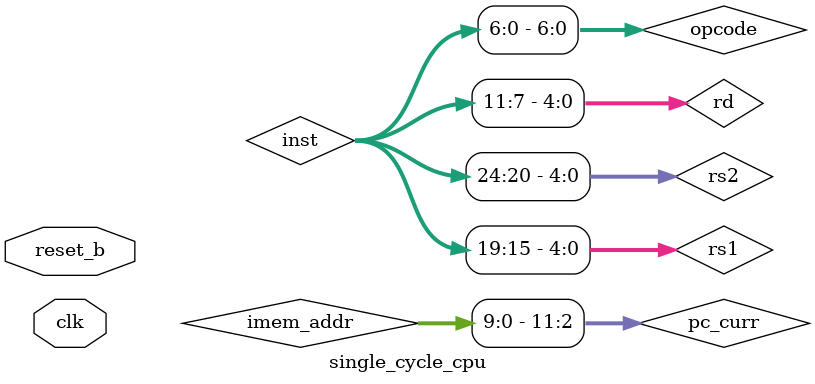
<source format=sv>
/* ********************************************
 *	Extended Version of COSE222 Lab #3
 *
 *	Module: top design of the single-cycle CPU (single_cycle_cpu.sv)
 *  - Top design of the single-cycle CPU
 *
 *  Author: DongKyun Lim (sts08015@korea.ac.kr)
 *
 * ********************************************
 */

`timescale 1ns/1ps

module single_cycle_cpu
#(  parameter IMEM_DEPTH = 1024,    // imem depth (default: 1024 entries = 4 KB)
              IMEM_ADDR_WIDTH = 10,
              REG_WIDTH = 32,
              DMEM_DEPTH = 1024,    // dmem depth (default: 1024 entries = 8 KB)
              DMEM_ADDR_WIDTH = 10 )
(
    input           clk,            // System clock
    input           reset_b         // Asychronous negative reset
);

    // Wires for datapath elements
    logic   [IMEM_ADDR_WIDTH-1:0]   imem_addr;
    logic   [31:0]  inst;   // instructions = an output of ????

    logic   [4:0]   rs1, rs2, rd;    // register numbers
    logic   [REG_WIDTH-1:0] rd_din;
    logic           reg_write;
    logic   [REG_WIDTH-1:0] rs1_dout, rs2_dout;

    logic   [REG_WIDTH-1:0] alu_in1, alu_in2;
    logic   [3:0]   alu_control;    // ALU control signal
    logic   [REG_WIDTH-1:0] alu_result;
    logic           alu_zero;
    logic           alu_sign;
    logic           alu_carry;

    logic   [DMEM_ADDR_WIDTH-1:0]    dmem_addr;
    logic   [31:0]  dmem_din, dmem_dout;
    logic           mem_read, mem_write;

    // -------------------------------------------------------------------
    /* Main control unit:
     * Main control unit generates control signals for datapath elements
     * The control signals are determined by decoding instructions
     */
    logic   [6:0]   opcode;
    logic   [6:0]   branch;
    logic           alu_src, mem_to_reg;
    logic   [1:0]   alu_op;
    logic   [2:0]   funct3;
    
    assign opcode = inst[6:0];
    assign funct3 = inst[14:12];

    always_comb begin
        if(opcode == 7'b1100011) begin  //conditional branch
            branch[0] = (funct3 == 3'b000);    //beq
            branch[1] = (funct3 == 3'b001);    //bne
            branch[2] = (funct3 == 3'b100);    //blt
            branch[3] = (funct3 == 3'b101);    //bge
            branch[4] = (funct3 == 3'b110);    //bltu
            branch[5] = (funct3 == 3'b111);    //bgeu
        end
        else if(opcode == 7'b1101111 || opcode == 7'b1100111) begin    //unconditional branch (jal, jalr)
            branch[6] = 1'b1;
        end
        else begin
            branch = 7'b0;
        end
    end

    assign mem_read = (opcode == 7'b0000011);    // ld
    assign mem_write = (opcode == 7'b0100011);   // sd
    assign mem_to_reg = (opcode == 7'b0000011);   //ld
    assign reg_write = (opcode == 7'b0000011||opcode == 7'b0110011||opcode == 7'b0010011||opcode == 7'b1100111||opcode == 7'b1101111||opcode == 7'b0110111||opcode == 7'b0010111);
    assign alu_src = (opcode == 7'b0000011||opcode == 7'b0100011||opcode == 7'b0010011||opcode == 7'b1100111||opcode == 7'b1101111||opcode == 7'b0010111);

    always_comb begin
        case(opcode)
            7'b0000011: begin    //loads
                alu_op = 2'b00;
            end
            7'b0100011: begin    //stores
                alu_op = 2'b00;
            end
            7'b1100011: begin    //conditinal branches
                alu_op = 2'b01;
            end
            7'b0110011: begin    //rtype
                alu_op = 2'b10;
            end
            7'b0010011: begin   //itype
                alu_op = 2'b11;
            end
            7'b1101111: begin   //jal
                alu_op = 2'b00;
            end
            7'b1100111: begin   //jalr
                alu_op = 2'b00;
            end
            7'b0010111: begin   //auipc
                alu_op = 2'b00;
            end
            default: begin
                alu_op = 2'b00;
            end
        endcase
    end

    /* ALU control unit:
     * ALU control unit generate alu_control signal which selects ALU operations
     * Generating control signals using alu_op, funct7, and funct3 fields
     */
    logic   [6:0]   funct7;

    assign funct7 = inst[REG_WIDTH-1:25];
    logic slt;
    always_comb begin
        if(alu_op == 2'b00) begin
            alu_control = 4'b0010;  //add
            slt = 1'b0;
        end
        else if(alu_op == 2'b01) begin  //conditional branches
            alu_control = 4'b0110;      //sub --> to compare
            slt = 1'b0;
        end
        else begin
            if(funct3 == 3'd0 && ((alu_op == 2'b10 && funct7 == 7'd0) || (alu_op == 2'b11))) begin  //add
                alu_control = 4'b0010;
                slt = 1'b0;
            end
            else if(funct3 == 3'd0 && funct7 == 7'b0100000) begin //sub
                alu_control = 4'b0110;
                slt = 1'b0;
            end
            else if(funct3 == 3'b111 && funct7 == 7'd0) begin   //and
                alu_control = 4'b0000;
                slt = 1'b0;
            end
            else if(funct3 == 3'b110) begin   //or
                alu_control = 4'b0001;
                slt = 1'b0;
            end
            else if(funct3 == 3'b100) begin   //xor
                alu_control = 4'b0011;
                slt = 1'b0;
            end
            else if(funct3 == 3'b001 && funct7 == 7'd0) begin   //shift left
                alu_control = 4'b0111;
                slt = 1'b0;
            end
            else if(funct3 == 3'b101 && funct7 == 7'd0) begin   //shift right
                alu_control = 4'b1000;
                slt = 1'b0;
            end
            else if(funct3 == 3'b101 && funct7 == 7'b0100000) begin //shift right arithmetic
                alu_control = 4'b1001;
                slt = 1'b0;
            end
            else if(funct3 == 3'b010 || funct3 == 3'b011) begin //set less than
                alu_control = 4'b0110;
                slt = 1'b1;
            end
        end
    end

    /* Immediate generator:
     * Generating immediate value from inst[31:0]
     */
    logic   [REG_WIDTH-1:0]  imm32;
    logic   [REG_WIDTH-1:0]  imm32_branch;  // imm32 left shifted by 1
    logic   [11:0]  imm12;  // 12-bit immediate value extracted from inst
    logic   [19:0]  imm20;  // 20-bit immediate value --> for unconditional branch, upper immediate
    logic   imm_flag;

    always_comb begin
        case(opcode)
            7'b0000011: begin   //ld
                imm12 = inst[31:20];
                imm_flag = 1'b1;
            end
            7'b0100011: begin   //sd
                imm12[11:5] = inst[31:25];
                imm12[4:0] = inst[11:7];
                imm_flag = 1'b1;
            end
            7'b0010011: begin   //i-type
                imm12 = inst[31:20];
                if(alu_control == 4'b0111 || alu_control == 4'b1000 || alu_control == 4'b1001) begin    //slli, srli, srai
                    imm12 = {7'd0,imm12[4:0]};
                end
                imm_flag = 1'b1;
            end
            7'b1100011: begin   //conditional branch
                imm12[11] = inst[31];
                imm12[9:4] = inst[30:25];
                imm12[3:0] = inst[11:8];
                imm12[10] = inst[7];
                imm_flag = 1'b1;
            end
            7'b1101111: begin //unconditional branch - jal
                imm20[19] = inst[31];
                imm20[9:0] = inst[30:21];
                imm20[10] = inst[20];
                imm20[18:11] = inst[19:12];
                imm_flag = 1'b0;
            end
            7'b1100111: begin   //unconditional branch - jalr
                imm12 = inst[31:20];
                imm_flag = 1'b1;
            end
            7'b0010111: begin   //auipc
                imm20 = inst[31:12];
                imm_flag = 1'b0;
            end
            7'b0110111: begin   //lui
                imm20 = inst[31:12];
                imm_flag = 1'b0;
            end
            
            default: begin
            end
        endcase
    end

    always_comb begin
        if(imm_flag) begin
            if((opcode == 7'b0010011 && funct3 == 3'b011) && (opcode == 7'b1100011 && (funct3 == 3'b110 || funct3 == 3'b111))) begin
                imm32 = {20'd0,imm12};         //bit extension (unsigned)
            end
            else begin
                imm32 = {{20{imm12[11]}},imm12};    //sign extension
            end
        end
        else begin
            imm32 = {{12{imm20[19]}},imm20};    //sign extension
        end
    end
    
    // Program counter
    logic   [31:0]  pc_curr, pc_next;
    logic           pc_next_sel;    // selection signal for pc_next
    logic   [31:0]  pc_next_plus4, pc_next_branch;

    assign pc_next_plus4 = pc_curr + 4;

    always_ff @ (posedge clk or negedge reset_b) begin
        if (~reset_b) begin
            pc_curr <= 'b0;
        end else begin
            pc_curr <= pc_next;
        end
    end

    // PC_NEXT

    always_comb begin
        if(branch[0] == 1'b1) begin //beq
            pc_next_sel = alu_zero;
        end
        else if(branch[1] == 1'b1) begin    //bne
            pc_next_sel = ~alu_zero;
        end
        else if(branch[2] == 1'b1) begin    //blt
            pc_next_sel = alu_sign;
        end
        else if(branch[3] == 1'b1) begin    //bge
            pc_next_sel = (~alu_sign || alu_zero);
        end
        else if(branch[4] == 1'b1) begin    //bltu
            pc_next_sel = alu_sign;
        end
        else if(branch[5] == 1'b1) begin    //bgeu
            pc_next_sel = (~alu_sign || alu_zero);
        end
        else if(branch[6] == 1'b1) begin    //unconditional branch (jal, jalr)
            pc_next_sel = 1'b1;
        end
        else begin
            pc_next_sel = 1'b0;
        end
    end

    always_comb begin
            if(opcode == 7'b1100111) begin  //jalr
                pc_next_branch = alu_result;
            end
            else begin
                imm32_branch = imm32 << 1;
                pc_next_branch = pc_curr + imm32_branch;
            end
    end
    assign pc_next = (pc_next_sel) ? pc_next_branch : pc_next_plus4; // if branch is taken, pc_next_sel=1'b1

    // ALU inputs
    assign alu_in1 = ((branch[6] && opcode == 7'b1101111) || opcode == 7'b0010111) ? pc_curr : rs1_dout;
    assign alu_in2 = alu_src ? imm32 : rs2_dout;

    // RF din
    always_comb begin
        if(branch[6]) begin
            rd_din = pc_next_plus4;
        end
        else if(mem_to_reg) begin
            if(funct3 == 3'd0) begin    //lb
                rd_din = {{24{dmem_dout[7]}},dmem_dout[7:0]};   //sign-extension
            end
            else if(funct3 == 3'b001) begin //lh
                rd_din = {{16{dmem_dout[15]}},dmem_dout[15:0]};   //sign-extension
            end
            else if(funct3 == 3'b100) begin //lbu
                rd_din = {24'd0,dmem_dout[7:0]};
            end
            else if(funct3 == 3'b101) begin //lhu
                rd_din = {16'd0,dmem_dout[15:0]};
            end
            else begin  //lw
                rd_din = dmem_dout;
            end
        end
        else if(slt) begin
            if(opcode == 7'b0110011 && funct3 == 3'b011 && funct7 == 7'd0) begin    //sltu
                rd_din = {31'd0,alu_carry};
            end
            else begin
                rd_din = {31'd0,alu_sign};
            end
        end
        else if(opcode == 7'b0110111) begin //lui
            rd_din = imm32 << 12;
        end
        else begin
            rd_din = alu_result;
        end
    end

    // imem
    assign imem_addr = pc_curr >> 2;    //32bit-imem

    // regfile
    assign rs1 = inst[19:15];
    assign rs2 = inst[24:20];
    assign rd = inst[11:7];

    // dmem
    assign dmem_addr = alu_result >> 2; //32bit-dmem
    always_comb begin
        if(funct3 == 3'b000) begin  //sb
            dmem_din = {24'd0,rs2_dout[7:0]};
        end
        else if(funct3 == 3'b001) begin //sh
            dmem_din = {16'd0,rs2_dout[15:0]};
        end
        else begin  //sw
            dmem_din = rs2_dout;
        end
    end
 
    /* Instantiation of datapath elements*/
    
    // IMEM
    imem #(
        .IMEM_DEPTH         (IMEM_DEPTH),
        .IMEM_ADDR_WIDTH    (IMEM_ADDR_WIDTH)
    ) u_imem_0 (
        .addr               (imem_addr),
        .dout               (inst)
    );

    // REGFILE
    regfile #( 
        .REG_WIDTH      (REG_WIDTH)
    ) u_regfile_0 (
        .clk            (clk), 
        .rs1            (rs1), 
        .rs2            (rs2), 
        .rd             (rd), 
        .rd_din         (rd_din), 
        .reg_write      (reg_write), 
        .rs1_dout       (rs1_dout), 
        .rs2_dout       (rs2_dout)
    );
    // ALU
    alu #(
        .REG_WIDTH          (REG_WIDTH)
    ) u_alu_0 (
        .in1                (alu_in1),            
        .in2                (alu_in2),            
        .alu_control        (alu_control),        
        .result             (alu_result),         
        .zero               (alu_zero),
        .sign               (alu_sign),
        .carry              (alu_carry)          
    );

    // DMEM
    dmem #(
        .DMEM_DEPTH         (DMEM_DEPTH),
        .DMEM_ADDR_WIDTH    (DMEM_ADDR_WIDTH)
    ) u_dmem_0 (
        .clk            (clk),
        .addr           (dmem_addr),
        .din            (dmem_din),
        .mem_read       (mem_read),
        .mem_write      (mem_write),
        .dout           (dmem_dout)
    );

endmodule
</source>
